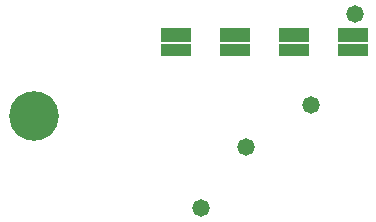
<source format=gbs>
G04*
G04 #@! TF.GenerationSoftware,Altium Limited,Altium Designer,18.0.7 (293)*
G04*
G04 Layer_Color=16711935*
%FSLAX25Y25*%
%MOIN*%
G70*
G01*
G75*
%ADD17C,0.16548*%
%ADD18C,0.05800*%
%ADD24R,0.09855X0.05131*%
%ADD25R,0.09855X0.04147*%
D17*
X324803Y354331D02*
D03*
D18*
X431900Y388200D02*
D03*
X417100Y358000D02*
D03*
X395700Y343900D02*
D03*
X380500Y323600D02*
D03*
D24*
X431102Y381299D02*
D03*
X411417D02*
D03*
X391732D02*
D03*
X372047D02*
D03*
D25*
X431102Y376260D02*
D03*
X411417D02*
D03*
X391732D02*
D03*
X372047D02*
D03*
M02*

</source>
